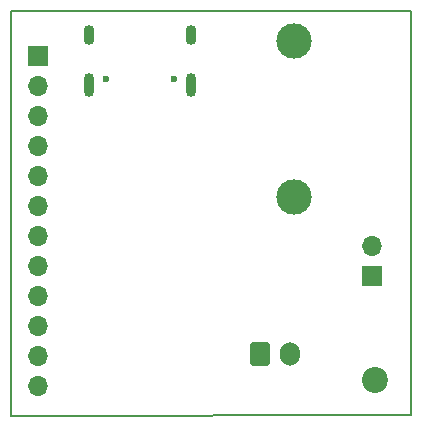
<source format=gbs>
%TF.GenerationSoftware,KiCad,Pcbnew,7.0.2*%
%TF.CreationDate,2025-03-07T15:38:25-05:00*%
%TF.ProjectId,2nPM1100,326e504d-3131-4303-902e-6b696361645f,rev?*%
%TF.SameCoordinates,Original*%
%TF.FileFunction,Soldermask,Bot*%
%TF.FilePolarity,Negative*%
%FSLAX46Y46*%
G04 Gerber Fmt 4.6, Leading zero omitted, Abs format (unit mm)*
G04 Created by KiCad (PCBNEW 7.0.2) date 2025-03-07 15:38:25*
%MOMM*%
%LPD*%
G01*
G04 APERTURE LIST*
G04 Aperture macros list*
%AMRoundRect*
0 Rectangle with rounded corners*
0 $1 Rounding radius*
0 $2 $3 $4 $5 $6 $7 $8 $9 X,Y pos of 4 corners*
0 Add a 4 corners polygon primitive as box body*
4,1,4,$2,$3,$4,$5,$6,$7,$8,$9,$2,$3,0*
0 Add four circle primitives for the rounded corners*
1,1,$1+$1,$2,$3*
1,1,$1+$1,$4,$5*
1,1,$1+$1,$6,$7*
1,1,$1+$1,$8,$9*
0 Add four rect primitives between the rounded corners*
20,1,$1+$1,$2,$3,$4,$5,0*
20,1,$1+$1,$4,$5,$6,$7,0*
20,1,$1+$1,$6,$7,$8,$9,0*
20,1,$1+$1,$8,$9,$2,$3,0*%
G04 Aperture macros list end*
%ADD10C,0.150000*%
%ADD11C,2.200000*%
%ADD12RoundRect,0.250000X-0.600000X-0.750000X0.600000X-0.750000X0.600000X0.750000X-0.600000X0.750000X0*%
%ADD13O,1.700000X2.000000*%
%ADD14R,1.700000X1.700000*%
%ADD15O,1.700000X1.700000*%
%ADD16C,3.000000*%
%ADD17C,0.600000*%
%ADD18O,0.900000X2.000000*%
%ADD19O,0.900000X1.700000*%
G04 APERTURE END LIST*
D10*
X77470000Y-66040000D02*
X77470000Y-66090800D01*
X111353600Y-66040000D02*
X77470000Y-66040000D01*
X111353600Y-100279200D02*
X111353600Y-66040000D01*
X77470000Y-100330000D02*
X111353600Y-100279200D01*
X77470000Y-66090800D02*
X77470000Y-100330000D01*
D11*
%TO.C,REF\u002A\u002A*%
X108331000Y-97282000D03*
%TD*%
D12*
%TO.C,J1*%
X98592000Y-95123000D03*
D13*
X101092000Y-95123000D03*
%TD*%
D14*
%TO.C,J5*%
X108077000Y-88524000D03*
D15*
X108077000Y-85984000D03*
%TD*%
D16*
%TO.C,J4*%
X101440000Y-81754000D03*
X101440000Y-68614000D03*
%TD*%
D14*
%TO.C,J3*%
X79756000Y-69850000D03*
D15*
X79756000Y-72390000D03*
X79756000Y-74930000D03*
X79756000Y-77470000D03*
X79756000Y-80010000D03*
X79756000Y-82550000D03*
X79756000Y-85090000D03*
X79756000Y-87630000D03*
X79756000Y-90170000D03*
X79756000Y-92710000D03*
X79756000Y-95250000D03*
X79756000Y-97790000D03*
%TD*%
D17*
%TO.C,J2*%
X91282000Y-71808000D03*
X85502000Y-71808000D03*
D18*
X92712000Y-72288000D03*
D19*
X92712000Y-68118000D03*
D18*
X84072000Y-72288000D03*
D19*
X84072000Y-68118000D03*
%TD*%
M02*

</source>
